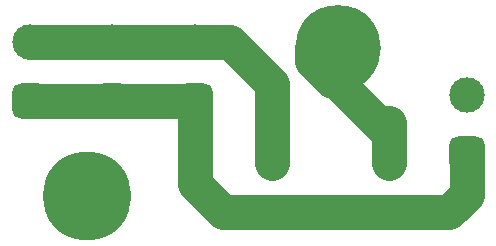
<source format=gbr>
%TF.GenerationSoftware,KiCad,Pcbnew,8.0.5*%
%TF.CreationDate,2024-12-04T12:45:57-05:00*%
%TF.ProjectId,RailsidePDB,5261696c-7369-4646-9550-44422e6b6963,rev?*%
%TF.SameCoordinates,Original*%
%TF.FileFunction,Copper,L2,Bot*%
%TF.FilePolarity,Positive*%
%FSLAX46Y46*%
G04 Gerber Fmt 4.6, Leading zero omitted, Abs format (unit mm)*
G04 Created by KiCad (PCBNEW 8.0.5) date 2024-12-04 12:45:57*
%MOMM*%
%LPD*%
G01*
G04 APERTURE LIST*
G04 Aperture macros list*
%AMRoundRect*
0 Rectangle with rounded corners*
0 $1 Rounding radius*
0 $2 $3 $4 $5 $6 $7 $8 $9 X,Y pos of 4 corners*
0 Add a 4 corners polygon primitive as box body*
4,1,4,$2,$3,$4,$5,$6,$7,$8,$9,$2,$3,0*
0 Add four circle primitives for the rounded corners*
1,1,$1+$1,$2,$3*
1,1,$1+$1,$4,$5*
1,1,$1+$1,$6,$7*
1,1,$1+$1,$8,$9*
0 Add four rect primitives between the rounded corners*
20,1,$1+$1,$2,$3,$4,$5,0*
20,1,$1+$1,$4,$5,$6,$7,0*
20,1,$1+$1,$6,$7,$8,$9,0*
20,1,$1+$1,$8,$9,$2,$3,0*%
G04 Aperture macros list end*
%TA.AperFunction,ComponentPad*%
%ADD10O,7.500000X7.500000*%
%TD*%
%TA.AperFunction,ComponentPad*%
%ADD11RoundRect,0.750000X0.750000X-0.750000X0.750000X0.750000X-0.750000X0.750000X-0.750000X-0.750000X0*%
%TD*%
%TA.AperFunction,ComponentPad*%
%ADD12C,3.000000*%
%TD*%
%TA.AperFunction,ComponentPad*%
%ADD13O,7.250000X7.250000*%
%TD*%
%TA.AperFunction,ComponentPad*%
%ADD14C,2.780000*%
%TD*%
%TA.AperFunction,Conductor*%
%ADD15C,3.000000*%
%TD*%
%TA.AperFunction,Conductor*%
%ADD16C,1.500000*%
%TD*%
G04 APERTURE END LIST*
D10*
%TO.P,,2,B*%
%TO.N,N/C*%
X76340000Y-79500000D03*
%TD*%
D11*
%TO.P,BT2,1,+*%
%TO.N,Net-(BT1-+)*%
X78500000Y-71500000D03*
D12*
%TO.P,BT2,2,-*%
%TO.N,Net-(BT1--)*%
X78500000Y-66500000D03*
%TD*%
D13*
%TO.P,,*%
%TO.N,*%
X97640000Y-67000000D03*
%TD*%
D11*
%TO.P,BT3,1,+*%
%TO.N,Net-(BT1-+)*%
X71500000Y-71500000D03*
D12*
%TO.P,BT3,2,-*%
%TO.N,Net-(BT1--)*%
X71500000Y-66500000D03*
%TD*%
D11*
%TO.P,BT4,1,+*%
%TO.N,Net-(BT1-+)*%
X108500000Y-76000000D03*
D12*
%TO.P,BT4,2,-*%
%TO.N,Net-(BT4--)*%
X108500000Y-71000000D03*
%TD*%
D14*
%TO.P,Fuse,1*%
%TO.N,Net-(BT1--)*%
X92040000Y-73300000D03*
X92040000Y-76700000D03*
%TO.P,Fuse,2*%
%TO.N,Net-(SW1-A)*%
X101960000Y-73300000D03*
X101960000Y-76700000D03*
%TD*%
D11*
%TO.P,BT1,1,+*%
%TO.N,Net-(BT1-+)*%
X85500000Y-71500000D03*
D12*
%TO.P,BT1,2,-*%
%TO.N,Net-(BT1--)*%
X85500000Y-66500000D03*
%TD*%
D15*
%TO.N,Net-(SW1-A)*%
X97100000Y-69800000D02*
X97460000Y-69800000D01*
X95380000Y-68080000D02*
X97100000Y-69800000D01*
X95380000Y-67000000D02*
X95380000Y-68080000D01*
X97460000Y-69800000D02*
X101960000Y-74300000D01*
%TO.N,Net-(BT1-+)*%
X108500000Y-79400000D02*
X107000000Y-80900000D01*
X108500000Y-76110000D02*
X108500000Y-79400000D01*
X85500000Y-71500000D02*
X71500000Y-71500000D01*
X85500000Y-78500000D02*
X85500000Y-71500000D01*
X87900000Y-80900000D02*
X85500000Y-78500000D01*
%TO.N,Net-(BT1--)*%
X88500000Y-66500000D02*
X71500000Y-66500000D01*
X92040000Y-73300000D02*
X92040000Y-70040000D01*
X92040000Y-70040000D02*
X88500000Y-66500000D01*
%TO.N,Net-(BT1-+)*%
X107000000Y-80900000D02*
X87900000Y-80900000D01*
D16*
X78650000Y-71000000D02*
X78600000Y-70950000D01*
D15*
%TO.N,Net-(BT1--)*%
X92040000Y-73300000D02*
X92040000Y-76700000D01*
%TO.N,Net-(SW1-A)*%
X101960000Y-73300000D02*
X101960000Y-76700000D01*
%TD*%
M02*

</source>
